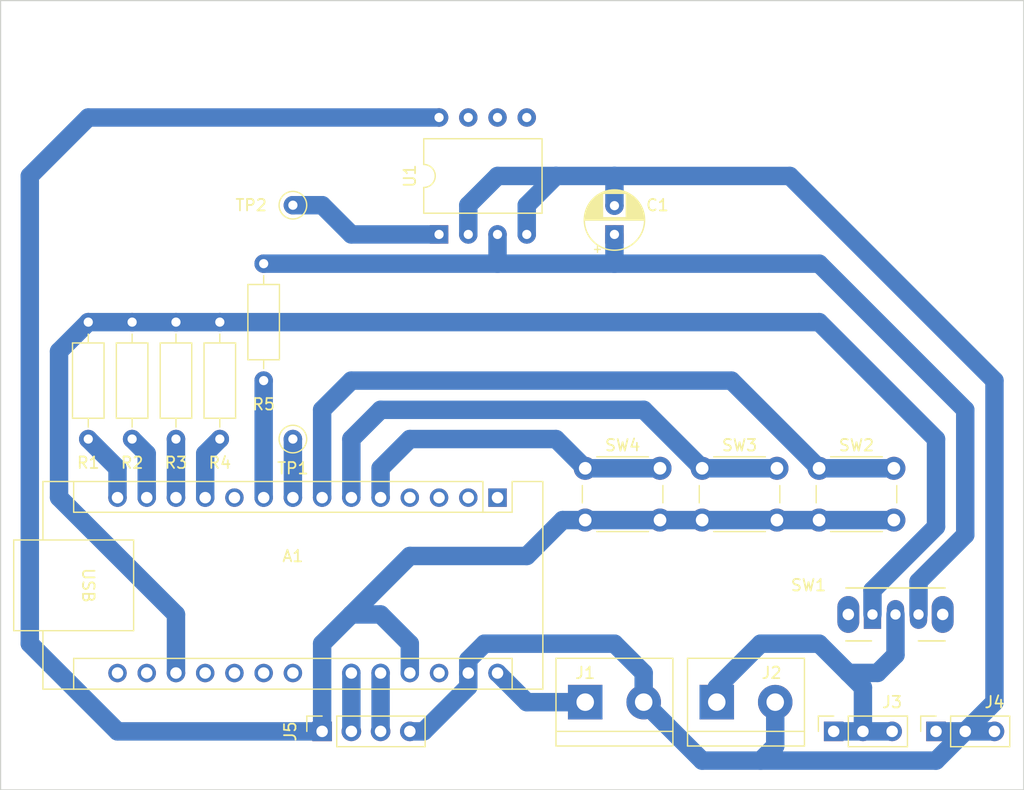
<source format=kicad_pcb>
(kicad_pcb (version 20221018) (generator pcbnew)
  (layers (0 "F.Cu" signal) (31 "B.Cu" signal) (34 "B.Paste" user) (35 "F.Paste" user) (36 "B.SilkS" user "B.Silkscreen") (37 "F.SilkS" user "F.Silkscreen") (38 "B.Mask" user) (39 "F.Mask" user) (44 "Edge.Cuts" user))
  (net 0 "")
  (net 4 "GND")
  (net 5 "Net-(A1-D2)")
  (net 6 "Net-(A1-D3)")
  (net 7 "Net-(A1-D4)")
  (net 8 "Net-(A1-D8)")
  (net 9 "Net-(A1-D10)")
  (net 10 "Net-(A1-D11)")
  (net 13 "Net-(A1-A0)")
  (net 18 "+5V")
  (net 19 "Net-(J2-Pin_1)")
  (net 20 "+VDC")
  (net 22 "Net-(A1-A6)")
  (net 23 "Net-(A1-A7)")
  (net 24 "Net-(A1-D9)")
  (net 25 "Net-(A1-D6)")
  (net 26 "Net-(A1-D5)")
  (net 28 "Net-(SW1-A)")
  (net 30 "Net-(TP2-Pad1)")
  (footprint "Button_Switch_THT:SW_PUSH_6mm_H7.3mm" (layer "F.Cu") (at 162.56 106.68)
    (fp_text reference "SW3" (at 3.25 -2) (layer "F.SilkS"))
    (fp_text value "Med")
    (fp_line (start -0.25 1.5) (end -0.25 3) (stroke (width 0.12)) (layer "F.SilkS"))
    (fp_line (start 1 5.5) (end 5.5 5.5) (stroke (width 0.12)) (layer "F.SilkS"))
    (fp_line (start 5.5 -1) (end 1 -1) (stroke (width 0.12)) (layer "F.SilkS"))
    (fp_line (start 6.75 3) (end 6.75 1.5) (stroke (width 0.12)) (layer "F.SilkS"))
    (pad "1" thru_hole circle (at 0 0 90) (size 2 2) (drill 1.1) (layers "*.Cu" "*.Mask") (net 6 "Net-(A1-D3)"))
    (pad "1" thru_hole circle (at 6.5 0 90) (size 2 2) (drill 1.1) (layers "*.Cu" "*.Mask") (net 6 "Net-(A1-D3)"))
    (pad "2" thru_hole circle (at 0 4.5 90) (size 2 2) (drill 1.1) (layers "*.Cu" "*.Mask") (net 18 "+5V"))
    (pad "2" thru_hole circle (at 6.5 4.5 90) (size 2 2) (drill 1.1) (layers "*.Cu" "*.Mask") (net 18 "+5V"))
  )
  (footprint "TerminalBlock:TerminalBlock_bornier-2_P5.08mm" (layer "F.Cu") (at 152.4 127)
    (fp_text reference "J1" (at 0 -2.54) (layer "F.SilkS"))
    (fp_text value "Power")
    (fp_line (start -2.54 -3.81) (end -2.54 3.81) (stroke (width 0.12)) (layer "F.SilkS"))
    (fp_line (start -2.54 3.81) (end 7.62 3.81) (stroke (width 0.12)) (layer "F.SilkS"))
    (fp_line (start 7.62 -3.81) (end -2.54 -3.81) (stroke (width 0.12)) (layer "F.SilkS"))
    (fp_line (start 7.62 2.54) (end -2.54 2.54) (stroke (width 0.12)) (layer "F.SilkS"))
    (fp_line (start 7.62 3.81) (end 7.62 -3.81) (stroke (width 0.12)) (layer "F.SilkS"))
    (pad "1" thru_hole rect (at 0 0) (size 3 3) (drill 1.52) (layers "*.Cu" "*.Mask") (net 20 "+VDC"))
    (pad "2" thru_hole circle (at 5.08 0) (size 3 3) (drill 1.52) (layers "*.Cu" "*.Mask") (net 4 "GND"))
  )
  (footprint "Button_Switch_THT:SW_PUSH_6mm_H7.3mm" (layer "F.Cu") (at 152.4 106.68)
    (fp_text reference "SW4" (at 3.25 -2) (layer "F.SilkS"))
    (fp_text value "Low")
    (fp_line (start -0.25 1.5) (end -0.25 3) (stroke (width 0.12)) (layer "F.SilkS"))
    (fp_line (start 1 5.5) (end 5.5 5.5) (stroke (width 0.12)) (layer "F.SilkS"))
    (fp_line (start 5.5 -1) (end 1 -1) (stroke (width 0.12)) (layer "F.SilkS"))
    (fp_line (start 6.75 3) (end 6.75 1.5) (stroke (width 0.12)) (layer "F.SilkS"))
    (pad "1" thru_hole circle (at 0 0 90) (size 2 2) (drill 1.1) (layers "*.Cu" "*.Mask") (net 5 "Net-(A1-D2)"))
    (pad "1" thru_hole circle (at 6.5 0 90) (size 2 2) (drill 1.1) (layers "*.Cu" "*.Mask") (net 5 "Net-(A1-D2)"))
    (pad "2" thru_hole circle (at 0 4.5 90) (size 2 2) (drill 1.1) (layers "*.Cu" "*.Mask") (net 18 "+5V"))
    (pad "2" thru_hole circle (at 6.5 4.5 90) (size 2 2) (drill 1.1) (layers "*.Cu" "*.Mask") (net 18 "+5V"))
  )
  (footprint "Resistor_THT:R_Axial_DIN0207_L6.3mm_D2.5mm_P10.16mm_Horizontal" (layer "F.Cu") (at 113.03 93.98 -90)
    (fp_text reference "R2" (at 12.22 0) (layer "F.SilkS"))
    (fp_text value "100k")
    (fp_line (start 1.04 0) (end 1.81 0) (stroke (width 0.12)) (layer "F.SilkS"))
    (fp_line (start 1.81 -1.37) (end 1.81 1.37) (stroke (width 0.12)) (layer "F.SilkS"))
    (fp_line (start 1.81 1.37) (end 8.35 1.37) (stroke (width 0.12)) (layer "F.SilkS"))
    (fp_line (start 8.35 -1.37) (end 1.81 -1.37) (stroke (width 0.12)) (layer "F.SilkS"))
    (fp_line (start 8.35 1.37) (end 8.35 -1.37) (stroke (width 0.12)) (layer "F.SilkS"))
    (fp_line (start 9.12 0) (end 8.35 0) (stroke (width 0.12)) (layer "F.SilkS"))
    (pad "1" thru_hole circle (at 0 0 270) (size 1.6 1.6) (drill 0.8) (layers "*.Cu" "*.Mask") (net 13 "Net-(A1-A0)"))
    (pad "2" thru_hole oval (at 10.16 0 270) (size 1.6 1.6) (drill 0.8) (layers "*.Cu" "*.Mask") (net 9 "Net-(A1-D10)"))
  )
  (footprint "Connector_PinSocket_2.54mm:PinSocket_1x03_P2.54mm_Vertical" (layer "F.Cu") (at 182.88 129.54 90)
    (fp_text reference "J4" (at 2.54 5.08) (layer "F.SilkS"))
    (fp_text value "GND")
    (fp_line (start -1.33 1.27) (end -1.33 6.41) (stroke (width 0.12)) (layer "F.SilkS"))
    (fp_line (start -1.33 1.27) (end 1.33 1.27) (stroke (width 0.12)) (layer "F.SilkS"))
    (fp_line (start -1.33 6.41) (end 1.33 6.41) (stroke (width 0.12)) (layer "F.SilkS"))
    (fp_line (start 0 -1.33) (end 1.33 -1.33) (stroke (width 0.12)) (layer "F.SilkS"))
    (fp_line (start 1.33 -1.33) (end 1.33 0) (stroke (width 0.12)) (layer "F.SilkS"))
    (fp_line (start 1.33 1.27) (end 1.33 6.41) (stroke (width 0.12)) (layer "F.SilkS"))
    (pad "1" thru_hole rect (at 0 0 90) (size 1.7 1.7) (drill 1) (layers "*.Cu" "*.Mask") (net 4 "GND"))
    (pad "2" thru_hole oval (at 0 2.54 90) (size 1.7 1.7) (drill 1) (layers "*.Cu" "*.Mask") (net 4 "GND"))
    (pad "3" thru_hole oval (at 0 5.08 90) (size 1.7 1.7) (drill 1) (layers "*.Cu" "*.Mask") (net 4 "GND"))
  )
  (footprint "MountingHole:MountingHole_2.5mm" (layer "F.Cu") (at 160.02 118.11)
    (fp_text reference "H5" hide)
    (fp_text value "MountingHole" hide)
    (pad "" np_thru_hole circle (at 0 0) (size 1.5 1.5) (drill 1.5) (layers "F&B.Cu" "*.Mask"))
  )
  (footprint "Button_Switch_THT:SW_CuK_OS102011MA1QN1_SPDT_Angled" (layer "F.Cu") (at 177.36 119.38)
    (fp_text reference "SW1" (at -7.18 -2.54) (layer "F.SilkS") (effects (justify left)))
    (fp_text value "Select")
    (fp_line (start -2.3 -2.3) (end 6.3 -2.3) (stroke (width 0.15)) (layer "F.SilkS"))
    (fp_line (start -2.3 2.3) (end -0.1 2.3) (stroke (width 0.15)) (layer "F.SilkS"))
    (fp_line (start 4 2.3) (end 6.3 2.3) (stroke (width 0.15)) (layer "F.SilkS"))
    (pad "" thru_hole oval (at -2.1 0) (size 1.9 3.2) (drill 1) (layers "*.Cu" "*.Mask"))
    (pad "" thru_hole oval (at 6.1 0) (size 1.9 3.2) (drill 1) (layers "*.Cu" "B.Mask"))
    (pad "1" thru_hole rect (at 0 0) (size 1.5 2.5) (drill 0.9) (layers "*.Cu" "*.Mask") (net 13 "Net-(A1-A0)"))
    (pad "2" thru_hole oval (at 2 0) (size 1.5 2.5) (drill 0.9) (layers "*.Cu" "*.Mask") (net 19 "Net-(J2-Pin_1)"))
    (pad "3" thru_hole oval (at 4 0) (size 1.5 2.5) (drill 0.9) (layers "*.Cu" "*.Mask") (net 28 "Net-(SW1-A)"))
  )
  (footprint "Resistor_THT:R_Axial_DIN0207_L6.3mm_D2.5mm_P10.16mm_Horizontal" (layer "F.Cu") (at 124.46 88.9 -90)
    (fp_text reference "R5" (at 12.22 0) (layer "F.SilkS"))
    (fp_text value "220")
    (fp_line (start 1.04 0) (end 1.81 0) (stroke (width 0.12)) (layer "F.SilkS"))
    (fp_line (start 1.81 -1.37) (end 1.81 1.37) (stroke (width 0.12)) (layer "F.SilkS"))
    (fp_line (start 1.81 1.37) (end 8.35 1.37) (stroke (width 0.12)) (layer "F.SilkS"))
    (fp_line (start 8.35 -1.37) (end 1.81 -1.37) (stroke (width 0.12)) (layer "F.SilkS"))
    (fp_line (start 8.35 1.37) (end 8.35 -1.37) (stroke (width 0.12)) (layer "F.SilkS"))
    (fp_line (start 9.12 0) (end 8.35 0) (stroke (width 0.12)) (layer "F.SilkS"))
    (pad "1" thru_hole circle (at 0 0 270) (size 1.6 1.6) (drill 0.8) (layers "*.Cu" "*.Mask") (net 28 "Net-(SW1-A)"))
    (pad "2" thru_hole oval (at 10.16 0 270) (size 1.6 1.6) (drill 0.8) (layers "*.Cu" "*.Mask") (net 25 "Net-(A1-D6)"))
  )
  (footprint "Resistor_THT:R_Axial_DIN0207_L6.3mm_D2.5mm_P10.16mm_Horizontal" (layer "F.Cu") (at 109.22 93.98 -90)
    (fp_text reference "R1" (at 12.22 0) (layer "F.SilkS"))
    (fp_text value "10k")
    (fp_line (start 1.04 0) (end 1.81 0) (stroke (width 0.12)) (layer "F.SilkS"))
    (fp_line (start 1.81 -1.37) (end 1.81 1.37) (stroke (width 0.12)) (layer "F.SilkS"))
    (fp_line (start 1.81 1.37) (end 8.35 1.37) (stroke (width 0.12)) (layer "F.SilkS"))
    (fp_line (start 8.35 -1.37) (end 1.81 -1.37) (stroke (width 0.12)) (layer "F.SilkS"))
    (fp_line (start 8.35 1.37) (end 8.35 -1.37) (stroke (width 0.12)) (layer "F.SilkS"))
    (fp_line (start 9.12 0) (end 8.35 0) (stroke (width 0.12)) (layer "F.SilkS"))
    (pad "1" thru_hole circle (at 0 0 270) (size 1.6 1.6) (drill 0.8) (layers "*.Cu" "*.Mask") (net 13 "Net-(A1-A0)"))
    (pad "2" thru_hole oval (at 10.16 0 270) (size 1.6 1.6) (drill 0.8) (layers "*.Cu" "*.Mask") (net 10 "Net-(A1-D11)"))
  )
  (footprint "Resistor_THT:R_Axial_DIN0207_L6.3mm_D2.5mm_P10.16mm_Horizontal" (layer "F.Cu") (at 120.65 93.98 -90)
    (fp_text reference "R4" (at 12.22 0) (layer "F.SilkS"))
    (fp_text value "470")
    (fp_line (start 1.04 0) (end 1.81 0) (stroke (width 0.12)) (layer "F.SilkS"))
    (fp_line (start 1.81 -1.37) (end 1.81 1.37) (stroke (width 0.12)) (layer "F.SilkS"))
    (fp_line (start 1.81 1.37) (end 8.35 1.37) (stroke (width 0.12)) (layer "F.SilkS"))
    (fp_line (start 8.35 -1.37) (end 1.81 -1.37) (stroke (width 0.12)) (layer "F.SilkS"))
    (fp_line (start 8.35 1.37) (end 8.35 -1.37) (stroke (width 0.12)) (layer "F.SilkS"))
    (fp_line (start 9.12 0) (end 8.35 0) (stroke (width 0.12)) (layer "F.SilkS"))
    (pad "1" thru_hole circle (at 0 0 270) (size 1.6 1.6) (drill 0.8) (layers "*.Cu" "*.Mask") (net 13 "Net-(A1-A0)"))
    (pad "2" thru_hole oval (at 10.16 0 270) (size 1.6 1.6) (drill 0.8) (layers "*.Cu" "*.Mask") (net 8 "Net-(A1-D8)"))
  )
  (footprint "TestPoint:TestPoint_THTPad_D2.0mm_Drill1.0mm" (layer "F.Cu") (at 127 104.14)
    (fp_text reference "TP1" (at 0 2.54) (layer "F.SilkS"))
    (fp_text value "Bridge" hide)
    (fp_circle (center 0 0) (end 0 1.2) (stroke (width 0.12)) (fill none) (layer "F.SilkS"))
    (pad "1" thru_hole circle (at 0 0) (size 1.6 1.6) (drill 0.8) (layers "*.Cu" "*.Mask") (net 26 "Net-(A1-D5)"))
  )
  (footprint "Connector_PinSocket_2.54mm:PinSocket_1x04_P2.54mm_Vertical" (layer "F.Cu") (at 129.54 129.54 90)
    (fp_text reference "J5" (at 0 -2.77 90) (layer "F.SilkS"))
    (fp_text value "Display I2C")
    (fp_line (start -1.33 1.27) (end -1.33 8.95) (stroke (width 0.12)) (layer "F.SilkS"))
    (fp_line (start -1.33 1.27) (end 1.33 1.27) (stroke (width 0.12)) (layer "F.SilkS"))
    (fp_line (start -1.33 8.95) (end 1.33 8.95) (stroke (width 0.12)) (layer "F.SilkS"))
    (fp_line (start 0 -1.33) (end 1.33 -1.33) (stroke (width 0.12)) (layer "F.SilkS"))
    (fp_line (start 1.33 -1.33) (end 1.33 0) (stroke (width 0.12)) (layer "F.SilkS"))
    (fp_line (start 1.33 1.27) (end 1.33 8.95) (stroke (width 0.12)) (layer "F.SilkS"))
    (pad "1" thru_hole rect (at 0 0 90) (size 1.7 1.7) (drill 1) (layers "*.Cu" "*.Mask") (net 18 "+5V"))
    (pad "2" thru_hole oval (at 0 2.54 90) (size 1.7 1.7) (drill 1) (layers "*.Cu" "*.Mask") (net 22 "Net-(A1-A6)"))
    (pad "3" thru_hole oval (at 0 5.08 90) (size 1.7 1.7) (drill 1) (layers "*.Cu" "*.Mask") (net 23 "Net-(A1-A7)"))
    (pad "4" thru_hole oval (at 0 7.62 90) (size 1.7 1.7) (drill 1) (layers "*.Cu" "*.Mask") (net 4 "GND"))
  )
  (footprint "TestPoint:TestPoint_THTPad_D2.0mm_Drill1.0mm" (layer "F.Cu") (at 127 83.82)
    (fp_text reference "TP2" (at -5.08 0) (layer "F.SilkS") (effects (justify left)))
    (fp_text value "Bridge" hide)
    (fp_circle (center 0 0) (end 0 1.2) (stroke (width 0.12)) (fill none) (layer "F.SilkS"))
    (pad "1" thru_hole circle (at 0 0) (size 1.6 1.6) (drill 0.8) (layers "*.Cu" "*.Mask") (net 30 "Net-(TP2-Pad1)"))
  )
  (footprint "MountingHole:MountingHole_2.5mm" (layer "F.Cu") (at 106.68 129.54)
    (fp_text reference "H6" hide)
    (fp_text value "MountingHole" hide)
    (pad "" np_thru_hole circle (at 0 0) (size 1.5 1.5) (drill 1.5) (layers "F&B.Cu" "*.Mask"))
  )
  (footprint "Capacitor_THT:CP_Radial_D5.0mm_P2.50mm" (layer "F.Cu") (at 154.94 86.36 90)
    (fp_text reference "C1" (at 2.54 2.66 180) (layer "F.SilkS") (effects (justify left)))
    (fp_text value "1uF")
    (fp_line (start -1.554775 -1.475) (end -1.054775 -1.475) (stroke (width 0.12)) (layer "F.SilkS"))
    (fp_line (start -1.304775 -1.725) (end -1.304775 -1.225) (stroke (width 0.12)) (layer "F.SilkS"))
    (fp_line (start 1.25 -2.58) (end 1.25 2.58) (stroke (width 0.12)) (layer "F.SilkS"))
    (fp_line (start 1.29 -2.58) (end 1.29 2.58) (stroke (width 0.12)) (layer "F.SilkS"))
    (fp_line (start 1.33 -2.579) (end 1.33 2.579) (stroke (width 0.12)) (layer "F.SilkS"))
    (fp_line (start 1.37 -2.578) (end 1.37 2.578) (stroke (width 0.12)) (layer "F.SilkS"))
    (fp_line (start 1.41 -2.576) (end 1.41 2.576) (stroke (width 0.12)) (layer "F.SilkS"))
    (fp_line (start 1.45 -2.573) (end 1.45 2.573) (stroke (width 0.12)) (layer "F.SilkS"))
    (fp_line (start 1.49 -2.569) (end 1.49 -1.04) (stroke (width 0.12)) (layer "F.SilkS"))
    (fp_line (start 1.49 1.04) (end 1.49 2.569) (stroke (width 0.12)) (layer "F.SilkS"))
    (fp_line (start 1.53 -2.565) (end 1.53 -1.04) (stroke (width 0.12)) (layer "F.SilkS"))
    (fp_line (start 1.53 1.04) (end 1.53 2.565) (stroke (width 0.12)) (layer "F.SilkS"))
    (fp_line (start 1.57 -2.561) (end 1.57 -1.04) (stroke (width 0.12)) (layer "F.SilkS"))
    (fp_line (start 1.57 1.04) (end 1.57 2.561) (stroke (width 0.12)) (layer "F.SilkS"))
    (fp_line (start 1.61 -2.556) (end 1.61 -1.04) (stroke (width 0.12)) (layer "F.SilkS"))
    (fp_line (start 1.61 1.04) (end 1.61 2.556) (stroke (width 0.12)) (layer "F.SilkS"))
    (fp_line (start 1.65 -2.55) (end 1.65 -1.04) (stroke (width 0.12)) (layer "F.SilkS"))
    (fp_line (start 1.65 1.04) (end 1.65 2.55) (stroke (width 0.12)) (layer "F.SilkS"))
    (fp_line (start 1.69 -2.543) (end 1.69 -1.04) (stroke (width 0.12)) (layer "F.SilkS"))
    (fp_line (start 1.69 1.04) (end 1.69 2.543) (stroke (width 0.12)) (layer "F.SilkS"))
    (fp_line (start 1.73 -2.536) (end 1.73 -1.04) (stroke (width 0.12)) (layer "F.SilkS"))
    (fp_line (start 1.73 1.04) (end 1.73 2.536) (stroke (width 0.12)) (layer "F.SilkS"))
    (fp_line (start 1.77 -2.528) (end 1.77 -1.04) (stroke (width 0.12)) (layer "F.SilkS"))
    (fp_line (start 1.77 1.04) (end 1.77 2.528) (stroke (width 0.12)) (layer "F.SilkS"))
    (fp_line (start 1.81 -2.52) (end 1.81 -1.04) (stroke (width 0.12)) (layer "F.SilkS"))
    (fp_line (start 1.81 1.04) (end 1.81 2.52) (stroke (width 0.12)) (layer "F.SilkS"))
    (fp_line (start 1.85 -2.511) (end 1.85 -1.04) (stroke (width 0.12)) (layer "F.SilkS"))
    (fp_line (start 1.85 1.04) (end 1.85 2.511) (stroke (width 0.12)) (layer "F.SilkS"))
    (fp_line (start 1.89 -2.501) (end 1.89 -1.04) (stroke (width 0.12)) (layer "F.SilkS"))
    (fp_line (start 1.89 1.04) (end 1.89 2.501) (stroke (width 0.12)) (layer "F.SilkS"))
    (fp_line (start 1.93 -2.491) (end 1.93 -1.04) (stroke (width 0.12)) (layer "F.SilkS"))
    (fp_line (start 1.93 1.04) (end 1.93 2.491) (stroke (width 0.12)) (layer "F.SilkS"))
    (fp_line (start 1.971 -2.48) (end 1.971 -1.04) (stroke (width 0.12)) (layer "F.SilkS"))
    (fp_line (start 1.971 1.04) (end 1.971 2.48) (stroke (width 0.12)) (layer "F.SilkS"))
    (fp_line (start 2.011 -2.468) (end 2.011 -1.04) (stroke (width 0.12)) (layer "F.SilkS"))
    (fp_line (start 2.011 1.04) (end 2.011 2.468) (stroke (width 0.12)) (layer "F.SilkS"))
    (fp_line (start 2.051 -2.455) (end 2.051 -1.04) (stroke (width 0.12)) (layer "F.SilkS"))
    (fp_line (start 2.051 1.04) (end 2.051 2.455) (stroke (width 0.12)) (layer "F.SilkS"))
    (fp_line (start 2.091 -2.442) (end 2.091 -1.04) (stroke (width 0.12)) (layer "F.SilkS"))
    (fp_line (start 2.091 1.04) (end 2.091 2.442) (stroke (width 0.12)) (layer "F.SilkS"))
    (fp_line (start 2.131 -2.428) (end 2.131 -1.04) (stroke (width 0.12)) (layer "F.SilkS"))
    (fp_line (start 2.131 1.04) (end 2.131 2.428) (stroke (width 0.12)) (layer "F.SilkS"))
    (fp_line (start 2.171 -2.414) (end 2.171 -1.04) (stroke (width 0.12)) (layer "F.SilkS"))
    (fp_line (start 2.171 1.04) (end 2.171 2.414) (stroke (width 0.12)) (layer "F.SilkS"))
    (fp_line (start 2.211 -2.398) (end 2.211 -1.04) (stroke (width 0.12)) (layer "F.SilkS"))
    (fp_line (start 2.211 1.04) (end 2.211 2.398) (stroke (width 0.12)) (layer "F.SilkS"))
    (fp_line (start 2.251 -2.382) (end 2.251 -1.04) (stroke (width 0.12)) (layer "F.SilkS"))
    (fp_line (start 2.251 1.04) (end 2.251 2.382) (stroke (width 0.12)) (layer "F.SilkS"))
    (fp_line (start 2.291 -2.365) (end 2.291 -1.04) (stroke (width 0.12)) (layer "F.SilkS"))
    (fp_line (start 2.291 1.04) (end 2.291 2.365) (stroke (width 0.12)) (layer "F.SilkS"))
    (fp_line (start 2.331 -2.348) (end 2.331 -1.04) (stroke (width 0.12)) (layer "F.SilkS"))
    (fp_line (start 2.331 1.04) (end 2.331 2.348) (stroke (width 0.12)) (layer "F.SilkS"))
    (fp_line (start 2.371 -2.329) (end 2.371 -1.04) (stroke (width 0.12)) (layer "F.SilkS"))
    (fp_line (start 2.371 1.04) (end 2.371 2.329) (stroke (width 0.12)) (layer "F.SilkS"))
    (fp_line (start 2.411 -2.31) (end 2.411 -1.04) (stroke (width 0.12)) (layer "F.SilkS"))
    (fp_line (start 2.411 1.04) (end 2.411 2.31) (stroke (width 0.12)) (layer "F.SilkS"))
    (fp_line (start 2.451 -2.29) (end 2.451 -1.04) (stroke (width 0.12)) (layer "F.SilkS"))
    (fp_line (start 2.451 1.04) (end 2.451 2.29) (stroke (width 0.12)) (layer "F.SilkS"))
    (fp_line (start 2.491 -2.268) (end 2.491 -1.04) (stroke (width 0.12)) (layer "F.SilkS"))
    (fp_line (start 2.491 1.04) (end 2.491 2.268) (stroke (width 0.12)) (layer "F.SilkS"))
    (fp_line (start 2.531 -2.247) (end 2.531 -1.04) (stroke (width 0.12)) (layer "F.SilkS"))
    (fp_line (start 2.531 1.04) (end 2.531 2.247) (stroke (width 0.12)) (layer "F.SilkS"))
    (fp_line (start 2.571 -2.224) (end 2.571 -1.04) (stroke (width 0.12)) (layer "F.SilkS"))
    (fp_line (start 2.571 1.04) (end 2.571 2.224) (stroke (width 0.12)) (layer "F.SilkS"))
    (fp_line (start 2.611 -2.2) (end 2.611 -1.04) (stroke (width 0.12)) (layer "F.SilkS"))
    (fp_line (start 2.611 1.04) (end 2.611 2.2) (stroke (width 0.12)) (layer "F.SilkS"))
    (fp_line (start 2.651 -2.175) (end 2.651 -1.04) (stroke (width 0.12)) (layer "F.SilkS"))
    (fp_line (start 2.651 1.04) (end 2.651 2.175) (stroke (width 0.12)) (layer "F.SilkS"))
    (fp_line (start 2.691 -2.149) (end 2.691 -1.04) (stroke (width 0.12)) (layer "F.SilkS"))
    (fp_line (start 2.691 1.04) (end 2.691 2.149) (stroke (width 0.12)) (layer "F.SilkS"))
    (fp_line (start 2.731 -2.122) (end 2.731 -1.04) (stroke (width 0.12)) (layer "F.SilkS"))
    (fp_line (start 2.731 1.04) (end 2.731 2.122) (stroke (width 0.12)) (layer "F.SilkS"))
    (fp_line (start 2.771 -2.095) (end 2.771 -1.04) (stroke (width 0.12)) (layer "F.SilkS"))
    (fp_line (start 2.771 1.04) (end 2.771 2.095) (stroke (width 0.12)) (layer "F.SilkS"))
    (fp_line (start 2.811 -2.065) (end 2.811 -1.04) (stroke (width 0.12)) (layer "F.SilkS"))
    (fp_line (start 2.811 1.04) (end 2.811 2.065) (stroke (width 0.12)) (layer "F.SilkS"))
    (fp_line (start 2.851 -2.035) (end 2.851 -1.04) (stroke (width 0.12)) (layer "F.SilkS"))
    (fp_line (start 2.851 1.04) (end 2.851 2.035) (stroke (width 0.12)) (layer "F.SilkS"))
    (fp_line (start 2.891 -2.004) (end 2.891 -1.04) (stroke (width 0.12)) (layer "F.SilkS"))
    (fp_line (start 2.891 1.04) (end 2.891 2.004) (stroke (width 0.12)) (layer "F.SilkS"))
    (fp_line (start 2.931 -1.971) (end 2.931 -1.04) (stroke (width 0.12)) (layer "F.SilkS"))
    (fp_line (start 2.931 1.04) (end 2.931 1.971) (stroke (width 0.12)) (layer "F.SilkS"))
    (fp_line (start 2.971 -1.937) (end 2.971 -1.04) (stroke (width 0.12)) (layer "F.SilkS"))
    (fp_line (start 2.971 1.04) (end 2.971 1.937) (stroke (width 0.12)) (layer "F.SilkS"))
    (fp_line (start 3.011 -1.901) (end 3.011 -1.04) (stroke (width 0.12)) (layer "F.SilkS"))
    (fp_line (start 3.011 1.04) (end 3.011 1.901) (stroke (width 0.12)) (layer "F.SilkS"))
    (fp_line (start 3.051 -1.864) (end 3.051 -1.04) (stroke (width 0.12)) (layer "F.SilkS"))
    (fp_line (start 3.051 1.04) (end 3.051 1.864) (stroke (width 0.12)) (layer "F.SilkS"))
    (fp_line (start 3.091 -1.826) (end 3.091 -1.04) (stroke (width 0.12)) (layer "F.SilkS"))
    (fp_line (start 3.091 1.04) (end 3.091 1.826) (stroke (width 0.12)) (layer "F.SilkS"))
    (fp_line (start 3.131 -1.785) (end 3.131 -1.04) (stroke (width 0.12)) (layer "F.SilkS"))
    (fp_line (start 3.131 1.04) (end 3.131 1.785) (stroke (width 0.12)) (layer "F.SilkS"))
    (fp_line (start 3.171 -1.743) (end 3.171 -1.04) (stroke (width 0.12)) (layer "F.SilkS"))
    (fp_line (start 3.171 1.04) (end 3.171 1.743) (stroke (width 0.12)) (layer "F.SilkS"))
    (fp_line (start 3.211 -1.699) (end 3.211 -1.04) (stroke (width 0.12)) (layer "F.SilkS"))
    (fp_line (start 3.211 1.04) (end 3.211 1.699) (stroke (width 0.12)) (layer "F.SilkS"))
    (fp_line (start 3.251 -1.653) (end 3.251 -1.04) (stroke (width 0.12)) (layer "F.SilkS"))
    (fp_line (start 3.251 1.04) (end 3.251 1.653) (stroke (width 0.12)) (layer "F.SilkS"))
    (fp_line (start 3.291 -1.605) (end 3.291 -1.04) (stroke (width 0.12)) (layer "F.SilkS"))
    (fp_line (start 3.291 1.04) (end 3.291 1.605) (stroke (width 0.12)) (layer "F.SilkS"))
    (fp_line (start 3.331 -1.554) (end 3.331 -1.04) (stroke (width 0.12)) (layer "F.SilkS"))
    (fp_line (start 3.331 1.04) (end 3.331 1.554) (stroke (width 0.12)) (layer "F.SilkS"))
    (fp_line (start 3.371 -1.5) (end 3.371 -1.04) (stroke (width 0.12)) (layer "F.SilkS"))
    (fp_line (start 3.371 1.04) (end 3.371 1.5) (stroke (width 0.12)) (layer "F.SilkS"))
    (fp_line (start 3.411 -1.443) (end 3.411 -1.04) (stroke (width 0.12)) (layer "F.SilkS"))
    (fp_line (start 3.411 1.04) (end 3.411 1.443) (stroke (width 0.12)) (layer "F.SilkS"))
    (fp_line (start 3.451 -1.383) (end 3.451 -1.04) (stroke (width 0.12)) (layer "F.SilkS"))
    (fp_line (start 3.451 1.04) (end 3.451 1.383) (stroke (width 0.12)) (layer "F.SilkS"))
    (fp_line (start 3.491 -1.319) (end 3.491 -1.04) (stroke (width 0.12)) (layer "F.SilkS"))
    (fp_line (start 3.491 1.04) (end 3.491 1.319) (stroke (width 0.12)) (layer "F.SilkS"))
    (fp_line (start 3.531 -1.251) (end 3.531 -1.04) (stroke (width 0.12)) (layer "F.SilkS"))
    (fp_line (start 3.531 1.04) (end 3.531 1.251) (stroke (width 0.12)) (layer "F.SilkS"))
    (fp_line (start 3.571 -1.178) (end 3.571 1.178) (stroke (width 0.12)) (layer "F.SilkS"))
    (fp_line (start 3.611 -1.098) (end 3.611 1.098) (stroke (width 0.12)) (layer "F.SilkS"))
    (fp_line (start 3.651 -1.011) (end 3.651 1.011) (stroke (width 0.12)) (layer "F.SilkS"))
    (fp_line (start 3.691 -0.915) (end 3.691 0.915) (stroke (width 0.12)) (layer "F.SilkS"))
    (fp_line (start 3.731 -0.805) (end 3.731 0.805) (stroke (width 0.12)) (layer "F.SilkS"))
    (fp_line (start 3.771 -0.677) (end 3.771 0.677) (stroke (width 0.12)) (layer "F.SilkS"))
    (fp_line (start 3.811 -0.518) (end 3.811 0.518) (stroke (width 0.12)) (layer "F.SilkS"))
    (fp_line (start 3.851 -0.284) (end 3.851 0.284) (stroke (width 0.12)) (layer "F.SilkS"))
    (fp_circle (center 1.25 0) (end 3.87 0) (stroke (width 0.12)) (fill none) (layer "F.SilkS"))
    (pad "1" thru_hole rect (at 0 0 90) (size 1.6 1.6) (drill 0.8) (layers "*.Cu" "*.Mask") (net 28 "Net-(SW1-A)"))
    (pad "2" thru_hole circle (at 2.5 0 90) (size 1.6 1.6) (drill 0.8) (layers "*.Cu" "*.Mask") (net 4 "GND"))
  )
  (footprint "Connector_PinSocket_2.54mm:PinSocket_1x03_P2.54mm_Vertical" (layer "F.Cu") (at 173.99 129.54 90)
    (fp_text reference "J3" (at 2.54 5.08 180) (layer "F.SilkS"))
    (fp_text value "Cx/Lx")
    (fp_line (start -1.33 1.27) (end -1.33 6.41) (stroke (width 0.12)) (layer "F.SilkS"))
    (fp_line (start -1.33 1.27) (end 1.33 1.27) (stroke (width 0.12)) (layer "F.SilkS"))
    (fp_line (start -1.33 6.41) (end 1.33 6.41) (stroke (width 0.12)) (layer "F.SilkS"))
    (fp_line (start 0 -1.33) (end 1.33 -1.33) (stroke (width 0.12)) (layer "F.SilkS"))
    (fp_line (start 1.33 -1.33) (end 1.33 0) (stroke (width 0.12)) (layer "F.SilkS"))
    (fp_line (start 1.33 1.27) (end 1.33 6.41) (stroke (width 0.12)) (layer "F.SilkS"))
    (pad "1" thru_hole rect (at 0 0 90) (size 1.7 1.7) (drill 1) (layers "*.Cu" "*.Mask") (net 19 "Net-(J2-Pin_1)"))
    (pad "2" thru_hole oval (at 0 2.54 90) (size 1.7 1.7) (drill 1) (layers "*.Cu" "*.Mask") (net 19 "Net-(J2-Pin_1)"))
    (pad "3" thru_hole oval (at 0 5.08 90) (size 1.7 1.7) (drill 1) (layers "*.Cu" "*.Mask") (net 19 "Net-(J2-Pin_1)"))
  )
  (footprint "MountingHole:MountingHole_2.5mm" (layer "F.Cu") (at 106.68 71.12)
    (fp_text reference "H3" hide)
    (fp_text value "MountingHole" hide)
    (pad "" np_thru_hole circle (at 0 0) (size 1.5 1.5) (drill 1.5) (layers "F&B.Cu" "*.Mask"))
  )
  (footprint "Package_DIP:DIP-8_W10.16mm" (layer "F.Cu") (at 139.7 86.36 90)
    (fp_text reference "U1" (at 5.08 -2.54 90) (layer "F.SilkS"))
    (fp_text value "LM358")
    (fp_line (start 1.845 -1.33) (end 1.845 8.95) (stroke (width 0.12)) (layer "F.SilkS"))
    (fp_line (start 1.845 8.95) (end 8.315 8.95) (stroke (width 0.12)) (layer "F.SilkS"))
    (fp_line (start 4.08 -1.33) (end 1.845 -1.33) (stroke (width 0.12)) (layer "F.SilkS"))
    (fp_line (start 8.315 -1.33) (end 6.08 -1.33) (stroke (width 0.12)) (layer "F.SilkS"))
    (fp_line (start 8.315 8.95) (end 8.315 -1.33) (stroke (width 0.12)) (layer "F.SilkS"))
    (fp_arc (start 6.08 -1.33) (mid 5.08 -0.33) (end 4.08 -1.33) (stroke (width 0.12)) (layer "F.SilkS"))
    (pad "1" thru_hole rect (at 0 0 90) (size 1.6 1.6) (drill 0.8) (layers "*.Cu" "*.Mask") (net 30 "Net-(TP2-Pad1)"))
    (pad "2" thru_hole oval (at 0 2.54 90) (size 1.6 1.6) (drill 0.8) (layers "*.Cu" "*.Mask") (net 4 "GND"))
    (pad "3" thru_hole oval (at 0 5.08 90) (size 1.6 1.6) (drill 0.8) (layers "*.Cu" "*.Mask") (net 28 "Net-(SW1-A)"))
    (pad "4" thru_hole oval (at 0 7.62 90) (size 1.6 1.6) (drill 0.8) (layers "*.Cu" "*.Mask") (net 4 "GND"))
    (pad "5" thru_hole oval (at 10.16 7.62 90) (size 1.6 1.6) (drill 0.8) (layers "*.Cu" "*.Mask"))
    (pad "6" thru_hole oval (at 10.16 5.08 90) (size 1.6 1.6) (drill 0.8) (layers "*.Cu" "*.Mask"))
    (pad "7" thru_hole oval (at 10.16 2.54 90) (size 1.6 1.6) (drill 0.8) (layers "*.Cu" "*.Mask"))
    (pad "8" thru_hole oval (at 10.16 0 90) (size 1.6 1.6) (drill 0.8) (layers "*.Cu" "*.Mask") (net 18 "+5V"))
  )
  (footprint "Resistor_THT:R_Axial_DIN0207_L6.3mm_D2.5mm_P10.16mm_Horizontal" (layer "F.Cu") (at 116.84 93.98 -90)
    (fp_text reference "R3" (at 12.22 0) (layer "F.SilkS"))
    (fp_text value "1M")
    (fp_line (start 1.04 0) (end 1.81 0) (stroke (width 0.12)) (layer "F.SilkS"))
    (fp_line (start 1.81 -1.37) (end 1.81 1.37) (stroke (width 0.12)) (layer "F.SilkS"))
    (fp_line (start 1.81 1.37) (end 8.35 1.37) (stroke (width 0.12)) (layer "F.SilkS"))
    (fp_line (start 8.35 -1.37) (end 1.81 -1.37) (stroke (width 0.12)) (layer "F.SilkS"))
    (fp_line (start 8.35 1.37) (end 8.35 -1.37) (stroke (width 0.12)) (layer "F.SilkS"))
    (fp_line (start 9.12 0) (end 8.35 0) (stroke (width 0.12)) (layer "F.SilkS"))
    (pad "1" thru_hole circle (at 0 0 270) (size 1.6 1.6) (drill 0.8) (layers "*.Cu" "*.Mask") (net 13 "Net-(A1-A0)"))
    (pad "2" thru_hole oval (at 10.16 0 270) (size 1.6 1.6) (drill 0.8) (layers "*.Cu" "*.Mask") (net 24 "Net-(A1-D9)"))
  )
  (footprint "MountingHole:MountingHole_2.5mm" (layer "F.Cu") (at 185.42 71.12)
    (fp_text reference "H4" hide)
    (fp_text value "MountingHole" hide)
    (pad "" np_thru_hole circle (at 0 0) (size 1.5 1.5) (drill 1.5) (layers "F&B.Cu" "*.Mask"))
  )
  (footprint "TerminalBlock:TerminalBlock_bornier-2_P5.08mm" (layer "F.Cu") (at 163.83 127)
    (fp_text reference "J2" (at 3.81 -2.54) (layer "F.SilkS") (effects (justify left)))
    (fp_text value "External")
    (fp_line (start -2.54 -3.81) (end -2.54 3.81) (stroke (width 0.12)) (layer "F.SilkS"))
    (fp_line (start -2.54 3.81) (end 7.62 3.81) (stroke (width 0.12)) (layer "F.SilkS"))
    (fp_line (start 7.62 -3.81) (end -2.54 -3.81) (stroke (width 0.12)) (layer "F.SilkS"))
    (fp_line (start 7.62 2.54) (end -2.54 2.54) (stroke (width 0.12)) (layer "F.SilkS"))
    (fp_line (start 7.62 3.81) (end 7.62 -3.81) (stroke (width 0.12)) (layer "F.SilkS"))
    (pad "1" thru_hole rect (at 0 0) (size 3 3) (drill 1.52) (layers "*.Cu" "*.Mask") (net 19 "Net-(J2-Pin_1)"))
    (pad "2" thru_hole circle (at 5.08 0) (size 3 3) (drill 1.52) (layers "*.Cu" "*.Mask") (net 4 "GND"))
  )
  (footprint "Button_Switch_THT:SW_PUSH_6mm_H7.3mm" (layer "F.Cu") (at 172.72 106.68)
    (fp_text reference "SW2" (at 3.25 -2) (layer "F.SilkS"))
    (fp_text value "High")
    (fp_line (start -0.25 1.5) (end -0.25 3) (stroke (width 0.12)) (layer "F.SilkS"))
    (fp_line (start 1 5.5) (end 5.5 5.5) (stroke (width 0.12)) (layer "F.SilkS"))
    (fp_line (start 5.5 -1) (end 1 -1) (stroke (width 0.12)) (layer "F.SilkS"))
    (fp_line (start 6.75 3) (end 6.75 1.5) (stroke (width 0.12)) (layer "F.SilkS"))
    (pad "1" thru_hole circle (at 0 0 90) (size 2 2) (drill 1.1) (layers "*.Cu" "*.Mask") (net 7 "Net-(A1-D4)"))
    (pad "1" thru_hole circle (at 6.5 0 90) (size 2 2) (drill 1.1) (layers "*.Cu" "*.Mask") (net 7 "Net-(A1-D4)"))
    (pad "2" thru_hole circle (at 0 4.5 90) (size 2 2) (drill 1.1) (layers "*.Cu" "*.Mask") (net 18 "+5V"))
    (pad "2" thru_hole circle (at 6.5 4.5 90) (size 2 2) (drill 1.1) (layers "*.Cu" "*.Mask") (net 18 "+5V"))
  )
  (footprint "Module:Arduino_Nano" (layer "F.Cu") (at 144.78 109.23 -90)
    (fp_text reference "A1" (at 5.08 17.78 -180) (layer "F.SilkS"))
    (fp_text value "Arduino Nano v3")
    (fp_text user "USB" (at 7.62 35.56 -90 unlocked) (layer "F.SilkS"))
    (fp_line (start -1.4 -3.94) (end -1.4 -1.27) (stroke (width 0.12)) (layer "F.SilkS"))
    (fp_line (start -1.4 1.27) (end -1.4 39.5) (stroke (width 0.12)) (layer "F.SilkS"))
    (fp_line (start -1.4 39.5) (end 3.68 39.5) (stroke (width 0.12)) (layer "F.SilkS"))
    (fp_line (start 1.27 -1.27) (end -1.4 -1.27) (stroke (width 0.12)) (layer "F.SilkS"))
    (fp_line (start 1.27 1.27) (end -1.4 1.27) (stroke (width 0.12)) (layer "F.SilkS"))
    (fp_line (start 1.27 1.27) (end 1.27 -1.27) (stroke (width 0.12)) (layer "F.SilkS"))
    (fp_line (start 1.27 1.27) (end 1.27 36.83) (stroke (width 0.12)) (layer "F.SilkS"))
    (fp_line (start 1.27 36.83) (end -1.4 36.83) (stroke (width 0.12)) (layer "F.SilkS"))
    (fp_line (start 3.68 31.62) (end 11.56 31.62) (stroke (width 0.12)) (layer "F.SilkS"))
    (fp_line (start 3.68 42.04) (end 3.68 31.62) (stroke (width 0.12)) (layer "F.SilkS"))
    (fp_line (start 11.56 31.62) (end 11.56 42.04) (stroke (width 0.12)) (layer "F.SilkS"))
    (fp_line (start 11.56 42.04) (end 3.68 42.04) (stroke (width 0.12)) (layer "F.SilkS"))
    (fp_line (start 13.97 -1.27) (end 13.97 36.83) (stroke (width 0.12)) (layer "F.SilkS"))
    (fp_line (start 13.97 -1.27) (end 16.64 -1.27) (stroke (width 0.12)) (layer "F.SilkS"))
    (fp_line (start 13.97 36.83) (end 16.64 36.83) (stroke (width 0.12)) (layer "F.SilkS"))
    (fp_line (start 16.64 -3.94) (end -1.4 -3.94) (stroke (width 0.12)) (layer "F.SilkS"))
    (fp_line (start 16.64 39.5) (end 11.56 39.5) (stroke (width 0.12)) (layer "F.SilkS"))
    (fp_line (start 16.64 39.5) (end 16.64 -3.94) (stroke (width 0.12)) (layer "F.SilkS"))
    (pad "1" thru_hole rect (at 0 0 270) (size 1.6 1.6) (drill 1) (layers "*.Cu" "*.Mask"))
    (pad "2" thru_hole oval (at 0 2.54 270) (size 1.6 1.6) (drill 1) (layers "*.Cu" "*.Mask"))
    (pad "3" thru_hole oval (at 0 5.08 270) (size 1.6 1.6) (drill 1) (layers "*.Cu" "*.Mask"))
    (pad "4" thru_hole oval (at 0 7.62 270) (size 1.6 1.6) (drill 1) (layers "*.Cu" "*.Mask"))
    (pad "5" thru_hole oval (at 0 10.16 270) (size 1.6 1.6) (drill 1) (layers "*.Cu" "*.Mask") (net 5 "Net-(A1-D2)"))
    (pad "6" thru_hole oval (at 0 12.7 270) (size 1.6 1.6) (drill 1) (layers "*.Cu" "*.Mask") (net 6 "Net-(A1-D3)"))
    (pad "7" thru_hole oval (at 0 15.24 270) (size 1.6 1.6) (drill 1) (layers "*.Cu" "*.Mask") (net 7 "Net-(A1-D4)"))
    (pad "8" thru_hole oval (at 0 17.78 270) (size 1.6 1.6) (drill 1) (layers "*.Cu" "*.Mask") (net 26 "Net-(A1-D5)"))
    (pad "9" thru_hole oval (at 0 20.32 270) (size 1.6 1.6) (drill 1) (layers "*.Cu" "*.Mask") (net 25 "Net-(A1-D6)"))
    (pad "10" thru_hole oval (at 0 22.86 270) (size 1.6 1.6) (drill 1) (layers "*.Cu" "*.Mask"))
    (pad "11" thru_hole oval (at 0 25.4 270) (size 1.6 1.6) (drill 1) (layers "*.Cu" "*.Mask") (net 8 "Net-(A1-D8)"))
    (pad "12" thru_hole oval (at 0 27.94 270) (size 1.6 1.6) (drill 1) (layers "*.Cu" "*.Mask") (net 24 "Net-(A1-D9)"))
    (pad "13" thru_hole oval (at 0 30.48 270) (size 1.6 1.6) (drill 1) (layers "*.Cu" "*.Mask") (net 9 "Net-(A1-D10)"))
    (pad "14" thru_hole oval (at 0 33.02 270) (size 1.6 1.6) (drill 1) (layers "*.Cu" "*.Mask") (net 10 "Net-(A1-D11)"))
    (pad "17" thru_hole oval (at 15.24 33.02 270) (size 1.6 1.6) (drill 1) (layers "*.Cu" "*.Mask"))
    (pad "18" thru_hole oval (at 15.24 30.48 270) (size 1.6 1.6) (drill 1) (layers "*.Cu" "*.Mask"))
    (pad "19" thru_hole oval (at 15.24 27.94 270) (size 1.6 1.6) (drill 1) (layers "*.Cu" "*.Mask") (net 13 "Net-(A1-A0)"))
    (pad "20" thru_hole oval (at 15.24 25.4 270) (size 1.6 1.6) (drill 1) (layers "*.Cu" "*.Mask"))
    (pad "21" thru_hole oval (at 15.24 22.86 270) (size 1.6 1.6) (drill 1) (layers "*.Cu" "*.Mask"))
    (pad "22" thru_hole oval (at 15.24 20.32 270) (size 1.6 1.6) (drill 1) (layers "*.Cu" "*.Mask"))
    (pad "23" thru_hole oval (at 15.24 17.78 270) (size 1.6 1.6) (drill 1) (layers "*.Cu" "*.Mask"))
    (pad "25" thru_hole oval (at 15.24 12.7 270) (size 1.6 1.6) (drill 1) (layers "*.Cu" "*.Mask") (net 22 "Net-(A1-A6)"))
    (pad "26" thru_hole oval (at 15.24 10.16 270) (size 1.6 1.6) (drill 1) (layers "*.Cu" "*.Mask") (net 23 "Net-(A1-A7)"))
    (pad "27" thru_hole oval (at 15.24 7.62 270) (size 1.6 1.6) (drill 1) (layers "*.Cu" "*.Mask") (net 18 "+5V"))
    (pad "28" thru_hole oval (at 15.24 5.08 270) (size 1.6 1.6) (drill 1) (layers "*.Cu" "*.Mask"))
    (pad "29" thru_hole oval (at 15.24 2.54 270) (size 1.6 1.6) (drill 1) (layers "*.Cu" "*.Mask") (net 4 "GND"))
    (pad "30" thru_hole oval (at 15.24 0 270) (size 1.6 1.6) (drill 1) (layers "*.Cu" "*.Mask") (net 20 "+VDC"))
  )
  (gr_line (start 190.5 66.04) (end 190.5 134.62) (stroke (width 0.1)) (layer "Edge.Cuts"))
  (gr_line (start 190.5 134.62) (end 101.6 134.62) (stroke (width 0.1)) (layer "Edge.Cuts"))
  (gr_line (start 101.6 134.62) (end 101.6 66.04) (stroke (width 0.1)) (layer "Edge.Cuts"))
  (gr_line (start 101.6 66.04) (end 190.5 66.04) (stroke (width 0.1)) (layer "Edge.Cuts"))
  (segment (start 162.56 132.08) (end 182.88 132.08) (width 1.6) (layer "B.Cu") (net 4))
  (segment (start 137.16 129.54) (end 138.362081 129.54) (width 1.6) (layer "B.Cu") (net 4))
  (segment (start 154.94 81.28) (end 149.86 81.28) (width 1.6) (layer "B.Cu") (net 4))
  (segment (start 170.18 81.28) (end 154.94 81.28) (width 1.6) (layer "B.Cu") (net 4))
  (segment (start 154.94 121.92) (end 157.48 124.46) (width 1.6) (layer "B.Cu") (net 4))
  (segment (start 187.96 129.54) (end 182.88 129.54) (width 1.6) (layer "B.Cu") (net 4))
  (segment (start 182.88 132.08) (end 187.96 127) (width 1.6) (layer "B.Cu") (net 4))
  (segment (start 142.24 124.46) (end 142.24 123.32863) (width 1.6) (layer "B.Cu") (net 4))
  (segment (start 143.64863 121.92) (end 154.94 121.92) (width 1.6) (layer "B.Cu") (net 4))
  (segment (start 142.24 83.82) (end 144.78 81.28) (width 1.6) (layer "B.Cu") (net 4))
  (segment (start 138.362081 129.54) (end 142.24 125.662081) (width 1.6) (layer "B.Cu") (net 4))
  (segment (start 149.86 81.28) (end 144.78 81.28) (width 1.6) (layer "B.Cu") (net 4))
  (segment (start 187.96 99.06) (end 170.18 81.28) (width 1.6) (layer "B.Cu") (net 4))
  (segment (start 187.96 127) (end 187.96 99.06) (width 1.6) (layer "B.Cu") (net 4))
  (segment (start 168.91 127) (end 168.91 130.81) (width 1.6) (layer "B.Cu") (net 4))
  (segment (start 142.24 86.36) (end 142.24 83.82) (width 1.6) (layer "B.Cu") (net 4))
  (segment (start 168.91 130.81) (end 167.64 132.08) (width 1.6) (layer "B.Cu") (net 4))
  (segment (start 147.32 83.82) (end 149.86 81.28) (width 1.6) (layer "B.Cu") (net 4))
  (segment (start 157.48 127) (end 162.56 132.08) (width 1.6) (layer "B.Cu") (net 4))
  (segment (start 142.24 123.32863) (end 143.64863 121.92) (width 1.6) (layer "B.Cu") (net 4))
  (segment (start 154.94 83.86) (end 154.94 81.28) (width 1.6) (layer "B.Cu") (net 4))
  (segment (start 157.48 124.46) (end 157.48 127) (width 1.6) (layer "B.Cu") (net 4))
  (segment (start 142.24 125.662081) (end 142.24 124.46) (width 1.6) (layer "B.Cu") (net 4))
  (segment (start 147.32 83.82) (end 147.32 86.36) (width 1.6) (layer "B.Cu") (net 4))
  (segment (start 152.4 106.68) (end 158.9 106.68) (width 1.6) (layer "B.Cu") (net 5))
  (segment (start 149.86 104.14) (end 137.16 104.14) (width 1.6) (layer "B.Cu") (net 5))
  (segment (start 137.16 104.14) (end 134.62 106.68) (width 1.6) (layer "B.Cu") (net 5))
  (segment (start 134.62 106.68) (end 134.62 109.22) (width 1.6) (layer "B.Cu") (net 5))
  (segment (start 152.4 106.68) (end 149.86 104.14) (width 1.6) (layer "B.Cu") (net 5))
  (segment (start 134.62 101.6) (end 132.08 104.14) (width 1.6) (layer "B.Cu") (net 6))
  (segment (start 162.56 106.68) (end 169.06 106.68) (width 1.6) (layer "B.Cu") (net 6))
  (segment (start 132.08 104.14) (end 132.08 109.22) (width 1.6) (layer "B.Cu") (net 6))
  (segment (start 162.56 106.68) (end 157.48 101.6) (width 1.6) (layer "B.Cu") (net 6))
  (segment (start 157.48 101.6) (end 134.62 101.6) (width 1.6) (layer "B.Cu") (net 6))
  (segment (start 129.54 101.6) (end 129.54 109.22) (width 1.6) (layer "B.Cu") (net 7))
  (segment (start 172.72 106.68) (end 179.22 106.68) (width 1.6) (layer "B.Cu") (net 7))
  (segment (start 165.1 99.06) (end 132.08 99.06) (width 1.6) (layer "B.Cu") (net 7))
  (segment (start 172.72 106.68) (end 165.1 99.06) (width 1.6) (layer "B.Cu") (net 7))
  (segment (start 132.08 99.06) (end 129.54 101.6) (width 1.6) (layer "B.Cu") (net 7))
  (segment (start 119.38 105.41) (end 120.65 104.14) (width 1.6) (layer "B.Cu") (net 8))
  (segment (start 119.38 109.22) (end 119.38 105.41) (width 1.6) (layer "B.Cu") (net 8))
  (segment (start 114.3 105.41) (end 113.03 104.14) (width 1.6) (layer "B.Cu") (net 9))
  (segment (start 114.3 109.22) (end 114.3 105.41) (width 1.6) (layer "B.Cu") (net 9))
  (segment (start 111.76 106.68) (end 109.22 104.14) (width 1.6) (layer "B.Cu") (net 10))
  (segment (start 111.76 109.22) (end 111.76 106.68) (width 1.6) (layer "B.Cu") (net 10))
  (segment (start 109.22 93.98) (end 120.65 93.98) (width 1.6) (layer "B.Cu") (net 13))
  (segment (start 109.22 93.98) (end 106.68 96.52) (width 1.6) (layer "B.Cu") (net 13))
  (segment (start 116.84 119.38) (end 106.68 109.22) (width 1.6) (layer "B.Cu") (net 13))
  (segment (start 182.88 111.76) (end 182.88 104.14) (width 1.6) (layer "B.Cu") (net 13))
  (segment (start 177.36 119.38) (end 177.36 117.28) (width 1.6) (layer "B.Cu") (net 13))
  (segment (start 106.68 96.52) (end 106.68 109.22) (width 1.6) (layer "B.Cu") (net 13))
  (segment (start 172.72 93.98) (end 120.65 93.98) (width 1.6) (layer "B.Cu") (net 13))
  (segment (start 177.36 117.28) (end 182.88 111.76) (width 1.6) (layer "B.Cu") (net 13))
  (segment (start 182.88 104.14) (end 172.72 93.98) (width 1.6) (layer "B.Cu") (net 13))
  (segment (start 116.84 124.46) (end 116.84 119.38) (width 1.6) (layer "B.Cu") (net 13))
  (segment (start 150.44 111.18) (end 152.4 111.18) (width 1.6) (layer "B.Cu") (net 18))
  (segment (start 129.54 129.54) (end 111.76 129.54) (width 1.6) (layer "B.Cu") (net 18))
  (segment (start 111.76 129.54) (end 104.14 121.92) (width 1.6) (layer "B.Cu") (net 18))
  (segment (start 109.22 76.2) (end 139.7 76.2) (width 1.6) (layer "B.Cu") (net 18))
  (segment (start 147.32 114.3) (end 150.44 111.18) (width 1.6) (layer "B.Cu") (net 18))
  (segment (start 104.14 81.28) (end 109.22 76.2) (width 1.6) (layer "B.Cu") (net 18))
  (segment (start 129.54 121.92) (end 132.08 119.38) (width 1.6) (layer "B.Cu") (net 18))
  (segment (start 137.16 114.3) (end 147.32 114.3) (width 1.6) (layer "B.Cu") (net 18))
  (segment (start 137.16 121.92) (end 137.16 124.46) (width 1.6) (layer "B.Cu") (net 18))
  (segment (start 137.16 121.92) (end 134.62 119.38) (width 1.6) (layer "B.Cu") (net 18))
  (segment (start 152.4 111.18) (end 179.22 111.18) (width 1.6) (layer "B.Cu") (net 18))
  (segment (start 134.62 119.38) (end 132.08 119.38) (width 1.6) (layer "B.Cu") (net 18))
  (segment (start 129.54 129.54) (end 129.54 121.92) (width 1.6) (layer "B.Cu") (net 18))
  (segment (start 104.14 121.92) (end 104.14 81.28) (width 1.6) (layer "B.Cu") (net 18))
  (segment (start 132.08 119.38) (end 137.16 114.3) (width 1.6) (layer "B.Cu") (net 18))
  (segment (start 173.99 129.54) (end 179.07 129.54) (width 1.6) (layer "B.Cu") (net 19))
  (segment (start 175.26 124.46) (end 177.8 124.46) (width 1.6) (layer "B.Cu") (net 19))
  (segment (start 163.83 127) (end 163.83 125.73) (width 1.6) (layer "B.Cu") (net 19))
  (segment (start 163.83 125.73) (end 167.64 121.92) (width 1.6) (layer "B.Cu") (net 19))
  (segment (start 167.64 121.92) (end 172.72 121.92) (width 1.6) (layer "B.Cu") (net 19))
  (segment (start 172.72 121.92) (end 175.26 124.46) (width 1.6) (layer "B.Cu") (net 19))
  (segment (start 176.53 125.73) (end 176.53 129.54) (width 1.6) (layer "B.Cu") (net 19))
  (segment (start 175.26 124.46) (end 176.53 125.73) (width 1.6) (layer "B.Cu") (net 19))
  (segment (start 179.36 122.9) (end 179.36 119.38) (width 1.6) (layer "B.Cu") (net 19))
  (segment (start 177.8 124.46) (end 179.36 122.9) (width 1.6) (layer "B.Cu") (net 19))
  (segment (start 147.32 127) (end 144.78 124.46) (width 1.6) (layer "B.Cu") (net 20))
  (segment (start 152.4 127) (end 147.32 127) (width 1.6) (layer "B.Cu") (net 20))
  (segment (start 132.08 129.54) (end 132.08 124.46) (width 1.6) (layer "B.Cu") (net 22))
  (segment (start 134.62 129.54) (end 134.62 124.46) (width 1.6) (layer "B.Cu") (net 23))
  (segment (start 116.84 109.22) (end 116.84 104.14) (width 1.6) (layer "B.Cu") (net 24))
  (segment (start 124.46 109.22) (end 124.46 99.06) (width 1.6) (layer "B.Cu") (net 25))
  (segment (start 127 104.14) (end 127 109.23) (width 1.6) (layer "B.Cu") (net 26))
  (segment (start 181.36 119.38) (end 181.36 116.53) (width 1.6) (layer "B.Cu") (net 28))
  (segment (start 144.78 88.9) (end 124.46 88.9) (width 1.6) (layer "B.Cu") (net 28))
  (segment (start 181.36 116.53) (end 185.42 112.47) (width 1.6) (layer "B.Cu") (net 28))
  (segment (start 172.72 88.9) (end 154.94 88.9) (width 1.6) (layer "B.Cu") (net 28))
  (segment (start 144.78 88.9) (end 144.78 86.36) (width 1.6) (layer "B.Cu") (net 28))
  (segment (start 185.42 101.6) (end 172.72 88.9) (width 1.6) (layer "B.Cu") (net 28))
  (segment (start 185.42 112.47) (end 185.42 101.6) (width 1.6) (layer "B.Cu") (net 28))
  (segment (start 144.78 88.9) (end 154.94 88.9) (width 1.6) (layer "B.Cu") (net 28))
  (segment (start 154.94 86.36) (end 154.94 88.9) (width 1.6) (layer "B.Cu") (net 28))
  (segment (start 129.54 83.82) (end 132.08 86.36) (width 1.6) (layer "B.Cu") (net 30))
  (segment (start 127 83.82) (end 129.54 83.82) (width 1.6) (layer "B.Cu") (net 30))
  (segment (start 132.08 86.36) (end 139.7 86.36) (width 1.6) (layer "B.Cu") (net 30))
)
</source>
